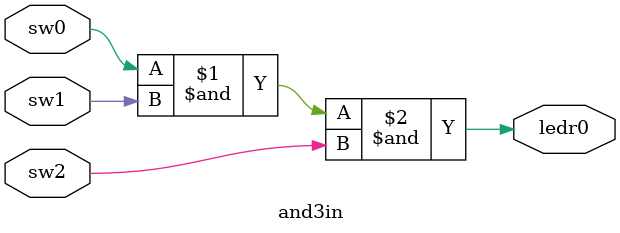
<source format=v>


module and3in(
	sw0,
	sw1,
	sw2,
	ledr0
);


input wire	sw0;
input wire	sw1;
input wire	sw2;
output wire	ledr0;





assign	ledr0 = sw0 & sw1 & sw2;


endmodule

</source>
